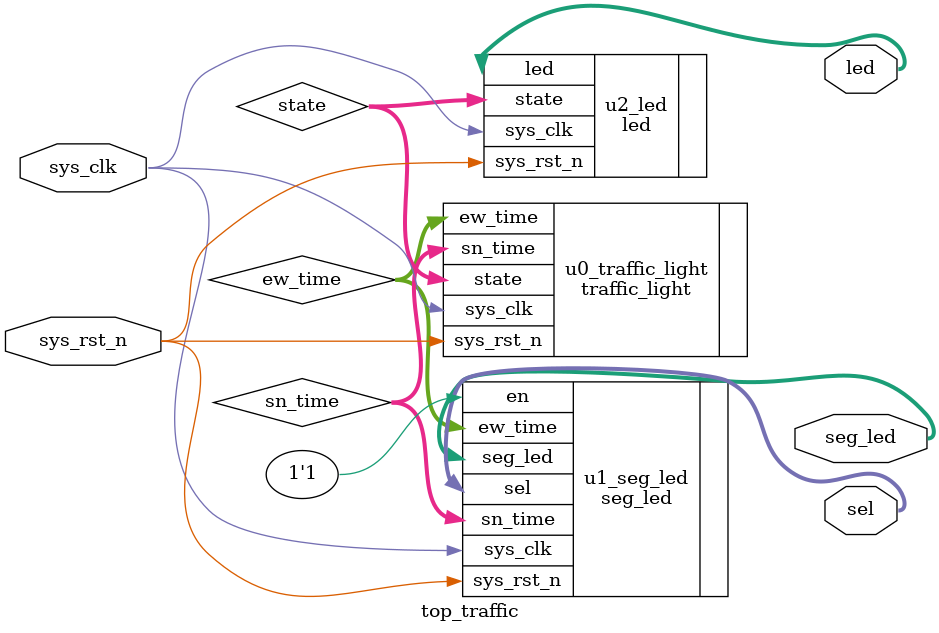
<source format=v>

module top_traffic( 
    input                  sys_clk   ,    //系统时钟信号
    input                  sys_rst_n ,    //系统复位信号
    
    output       [3:0]     sel       ,    //数码管位选信号
    output       [7:0]     seg_led   ,    //数码管段选信号
    output	     [5:0]	   led            //LED使能信号
);

//wire define    
wire   [5:0]  ew_time;                    //东西方向状态剩余时间数据
wire   [5:0]  sn_time;                    //南北方向状态剩余时间数据 
wire   [1:0]  state  ;                    //交通灯的状态，用于控制LED灯的点亮

//*****************************************************
//**                    main code                      
//*****************************************************
//交通灯控制模块    
traffic_light u0_traffic_light(
    .sys_clk                (sys_clk),   
    .sys_rst_n              (sys_rst_n),      
    .ew_time                (ew_time),
    .sn_time                (sn_time),
    .state                  (state)
);

//数码管显示模块	
seg_led    u1_seg_led(
    .sys_clk                (sys_clk)  ,
    .sys_rst_n              (sys_rst_n),
    .ew_time                (ew_time),
    .sn_time                (sn_time), 
    .en                     (1'b1),   
    .sel                    (sel), 
    .seg_led                (seg_led)
);

//led灯控制模块
led   u2_led(
    .sys_clk                (sys_clk  ),
    .sys_rst_n              (sys_rst_n),
    .state                  (state    ),
    .led                    (led      )
); 
   
endmodule        
</source>
